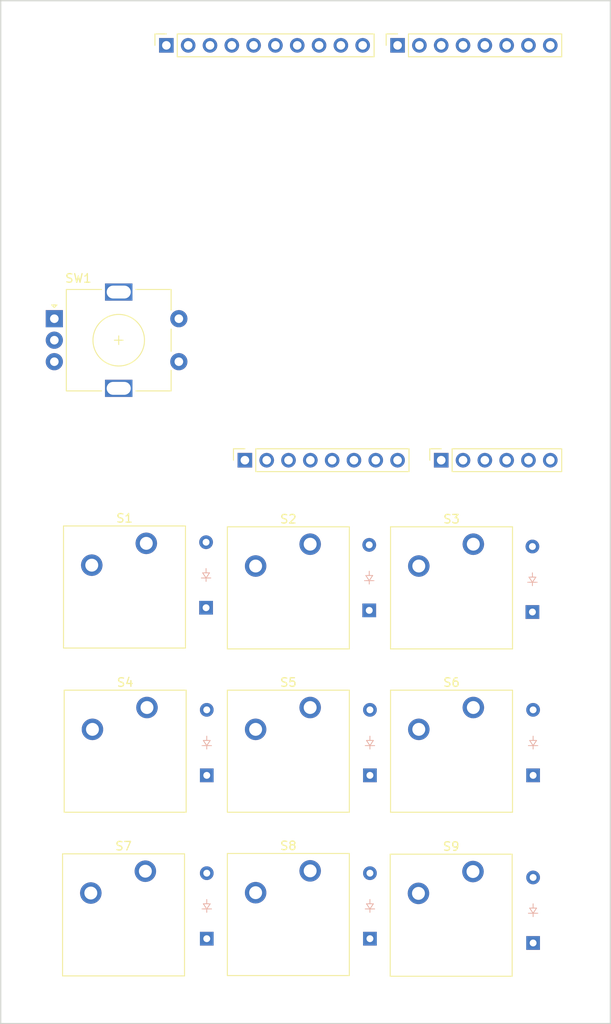
<source format=kicad_pcb>
(kicad_pcb (version 20241229) (generator "pcbnew") (generator_version "9.0")
  (title_block (date "mar. 31 mars 2015"))
  (layers (0 "F.Cu" signal) (2 "B.Cu" signal) (13 "F.Paste" user) (15 "B.Paste" user) (5 "F.SilkS" user "F.Silkscreen") (7 "B.SilkS" user "B.Silkscreen") (1 "F.Mask" user) (3 "B.Mask" user) (25 "Edge.Cuts" user))
  (net 0 "")
  (net 1 "GND")
  (net 3 "+5V")
  (net 4 "/IOREF")
  (net 5 "/A0")
  (net 6 "/A1")
  (net 7 "/A2")
  (net 8 "/A3")
  (net 9 "/SDA{slash}A4")
  (net 10 "/SCL{slash}A5")
  (net 11 "/13")
  (net 12 "/12")
  (net 13 "/AREF")
  (net 14 "Row 2")
  (net 15 "Row 0")
  (net 16 "/*11")
  (net 17 "Row 1")
  (net 18 "Down1")
  (net 19 "Col 2")
  (net 20 "Up1")
  (net 21 "Col 1")
  (net 22 "Push1")
  (net 23 "/TX{slash}1")
  (net 24 "Col 0")
  (net 25 "/RX{slash}0")
  (net 26 "+3V3")
  (net 27 "VCC")
  (net 28 "/~{RESET}")
  (net 29 "Net-(D1-A)")
  (net 30 "Net-(D2-A)")
  (net 31 "Net-(D3-A)")
  (net 32 "Net-(D4-A)")
  (net 33 "Net-(D5-A)")
  (net 34 "Net-(D6-A)")
  (net 35 "Net-(D7-A)")
  (net 36 "Net-(D8-A)")
  (net 37 "Net-(D9-A)")
  (footprint "Connector_PinSocket_2.54mm:PinSocket_1x08_P2.54mm_Vertical" (layer "F.Cu") (at 127.94 97.46 90)
    (property "Reference" "J1" (hide yes))
    (property "Value" "Power")
    (fp_line (start 1.33 -1.33) (end 1.33 0) (stroke (width 0.12)) (layer "F.SilkS"))
    (fp_line (start 0 -1.33) (end 1.33 -1.33) (stroke (width 0.12)) (layer "F.SilkS"))
    (fp_line (start 1.33 1.27) (end 1.33 19.11) (stroke (width 0.12)) (layer "F.SilkS"))
    (fp_line (start -1.33 1.27) (end 1.33 1.27) (stroke (width 0.12)) (layer "F.SilkS"))
    (fp_line (start -1.33 1.27) (end -1.33 19.11) (stroke (width 0.12)) (layer "F.SilkS"))
    (fp_line (start -1.33 19.11) (end 1.33 19.11) (stroke (width 0.12)) (layer "F.SilkS"))
    (pad "1" thru_hole rect (at 0 0 90) (size 1.7 1.7) (drill 1) (layers "*.Cu" "*.Mask"))
    (pad "2" thru_hole oval (at 0 2.54 90) (size 1.7 1.7) (drill 1) (layers "*.Cu" "*.Mask") (net 4 "/IOREF"))
    (pad "3" thru_hole oval (at 0 5.08 90) (size 1.7 1.7) (drill 1) (layers "*.Cu" "*.Mask") (net 28 "/~{RESET}"))
    (pad "4" thru_hole oval (at 0 7.62 90) (size 1.7 1.7) (drill 1) (layers "*.Cu" "*.Mask") (net 26 "+3V3"))
    (pad "5" thru_hole oval (at 0 10.16 90) (size 1.7 1.7) (drill 1) (layers "*.Cu" "*.Mask") (net 3 "+5V"))
    (pad "6" thru_hole oval (at 0 12.7 90) (size 1.7 1.7) (drill 1) (layers "*.Cu" "*.Mask") (net 1 "GND"))
    (pad "7" thru_hole oval (at 0 15.24 90) (size 1.7 1.7) (drill 1) (layers "*.Cu" "*.Mask") (net 1 "GND"))
    (pad "8" thru_hole oval (at 0 17.78 90) (size 1.7 1.7) (drill 1) (layers "*.Cu" "*.Mask") (net 27 "VCC"))
  )
  (footprint "Connector_PinSocket_2.54mm:PinSocket_1x06_P2.54mm_Vertical" (layer "F.Cu") (at 150.8 97.46 90)
    (property "Reference" "J3" (hide yes))
    (property "Value" "Analog")
    (fp_line (start 1.33 -1.33) (end 1.33 0) (stroke (width 0.12)) (layer "F.SilkS"))
    (fp_line (start 0 -1.33) (end 1.33 -1.33) (stroke (width 0.12)) (layer "F.SilkS"))
    (fp_line (start 1.33 1.27) (end 1.33 14.03) (stroke (width 0.12)) (layer "F.SilkS"))
    (fp_line (start -1.33 1.27) (end 1.33 1.27) (stroke (width 0.12)) (layer "F.SilkS"))
    (fp_line (start -1.33 1.27) (end -1.33 14.03) (stroke (width 0.12)) (layer "F.SilkS"))
    (fp_line (start -1.33 14.03) (end 1.33 14.03) (stroke (width 0.12)) (layer "F.SilkS"))
    (pad "1" thru_hole rect (at 0 0 90) (size 1.7 1.7) (drill 1) (layers "*.Cu" "*.Mask") (net 5 "/A0"))
    (pad "2" thru_hole oval (at 0 2.54 90) (size 1.7 1.7) (drill 1) (layers "*.Cu" "*.Mask") (net 6 "/A1"))
    (pad "3" thru_hole oval (at 0 5.08 90) (size 1.7 1.7) (drill 1) (layers "*.Cu" "*.Mask") (net 7 "/A2"))
    (pad "4" thru_hole oval (at 0 7.62 90) (size 1.7 1.7) (drill 1) (layers "*.Cu" "*.Mask") (net 8 "/A3"))
    (pad "5" thru_hole oval (at 0 10.16 90) (size 1.7 1.7) (drill 1) (layers "*.Cu" "*.Mask") (net 9 "/SDA{slash}A4"))
    (pad "6" thru_hole oval (at 0 12.7 90) (size 1.7 1.7) (drill 1) (layers "*.Cu" "*.Mask") (net 10 "/SCL{slash}A5"))
  )
  (footprint "Connector_PinSocket_2.54mm:PinSocket_1x10_P2.54mm_Vertical" (layer "F.Cu") (at 118.796 49.2 90)
    (property "Reference" "J2" (hide yes))
    (property "Value" "Digital/PWM")
    (fp_line (start 1.33 -1.33) (end 1.33 0) (stroke (width 0.12)) (layer "F.SilkS"))
    (fp_line (start 0 -1.33) (end 1.33 -1.33) (stroke (width 0.12)) (layer "F.SilkS"))
    (fp_line (start 1.33 1.27) (end 1.33 24.19) (stroke (width 0.12)) (layer "F.SilkS"))
    (fp_line (start -1.33 1.27) (end 1.33 1.27) (stroke (width 0.12)) (layer "F.SilkS"))
    (fp_line (start -1.33 1.27) (end -1.33 24.19) (stroke (width 0.12)) (layer "F.SilkS"))
    (fp_line (start -1.33 24.19) (end 1.33 24.19) (stroke (width 0.12)) (layer "F.SilkS"))
    (pad "1" thru_hole rect (at 0 0 90) (size 1.7 1.7) (drill 1) (layers "*.Cu" "*.Mask") (net 10 "/SCL{slash}A5"))
    (pad "2" thru_hole oval (at 0 2.54 90) (size 1.7 1.7) (drill 1) (layers "*.Cu" "*.Mask") (net 9 "/SDA{slash}A4"))
    (pad "3" thru_hole oval (at 0 5.08 90) (size 1.7 1.7) (drill 1) (layers "*.Cu" "*.Mask") (net 13 "/AREF"))
    (pad "4" thru_hole oval (at 0 7.62 90) (size 1.7 1.7) (drill 1) (layers "*.Cu" "*.Mask") (net 1 "GND"))
    (pad "5" thru_hole oval (at 0 10.16 90) (size 1.7 1.7) (drill 1) (layers "*.Cu" "*.Mask") (net 11 "/13"))
    (pad "6" thru_hole oval (at 0 12.7 90) (size 1.7 1.7) (drill 1) (layers "*.Cu" "*.Mask") (net 12 "/12"))
    (pad "7" thru_hole oval (at 0 15.24 90) (size 1.7 1.7) (drill 1) (layers "*.Cu" "*.Mask") (net 16 "/*11"))
    (pad "8" thru_hole oval (at 0 17.78 90) (size 1.7 1.7) (drill 1) (layers "*.Cu" "*.Mask") (net 14 "Row 2"))
    (pad "9" thru_hole oval (at 0 20.32 90) (size 1.7 1.7) (drill 1) (layers "*.Cu" "*.Mask") (net 17 "Row 1"))
    (pad "10" thru_hole oval (at 0 22.86 90) (size 1.7 1.7) (drill 1) (layers "*.Cu" "*.Mask") (net 15 "Row 0"))
  )
  (footprint "Connector_PinSocket_2.54mm:PinSocket_1x08_P2.54mm_Vertical" (layer "F.Cu") (at 145.72 49.2 90)
    (property "Reference" "J4" (hide yes))
    (property "Value" "Digital/PWM")
    (fp_line (start 1.33 -1.33) (end 1.33 0) (stroke (width 0.12)) (layer "F.SilkS"))
    (fp_line (start 0 -1.33) (end 1.33 -1.33) (stroke (width 0.12)) (layer "F.SilkS"))
    (fp_line (start 1.33 1.27) (end 1.33 19.11) (stroke (width 0.12)) (layer "F.SilkS"))
    (fp_line (start -1.33 1.27) (end 1.33 1.27) (stroke (width 0.12)) (layer "F.SilkS"))
    (fp_line (start -1.33 1.27) (end -1.33 19.11) (stroke (width 0.12)) (layer "F.SilkS"))
    (fp_line (start -1.33 19.11) (end 1.33 19.11) (stroke (width 0.12)) (layer "F.SilkS"))
    (pad "1" thru_hole rect (at 0 0 90) (size 1.7 1.7) (drill 1) (layers "*.Cu" "*.Mask") (net 19 "Col 2"))
    (pad "2" thru_hole oval (at 0 2.54 90) (size 1.7 1.7) (drill 1) (layers "*.Cu" "*.Mask") (net 21 "Col 1"))
    (pad "3" thru_hole oval (at 0 5.08 90) (size 1.7 1.7) (drill 1) (layers "*.Cu" "*.Mask") (net 24 "Col 0"))
    (pad "4" thru_hole oval (at 0 7.62 90) (size 1.7 1.7) (drill 1) (layers "*.Cu" "*.Mask") (net 22 "Push1"))
    (pad "5" thru_hole oval (at 0 10.16 90) (size 1.7 1.7) (drill 1) (layers "*.Cu" "*.Mask") (net 20 "Up1"))
    (pad "6" thru_hole oval (at 0 12.7 90) (size 1.7 1.7) (drill 1) (layers "*.Cu" "*.Mask") (net 18 "Down1"))
    (pad "7" thru_hole oval (at 0 15.24 90) (size 1.7 1.7) (drill 1) (layers "*.Cu" "*.Mask") (net 23 "/TX{slash}1"))
    (pad "8" thru_hole oval (at 0 17.78 90) (size 1.7 1.7) (drill 1) (layers "*.Cu" "*.Mask") (net 25 "/RX{slash}0"))
  )
  (footprint "ScottoKeebs_MX:MX_PCB_1.00u" (layer "F.Cu") (at 152 131.31)
    (property "Reference" "S6" (at 0 -8 0) (layer "F.SilkS"))
    (property "Value" "Keyswitch")
    (fp_line (start -7.1 -7.1) (end -7.1 7.1) (stroke (width 0.12)) (layer "F.SilkS"))
    (fp_line (start -7.1 7.1) (end 7.1 7.1) (stroke (width 0.12)) (layer "F.SilkS"))
    (fp_line (start 7.1 -7.1) (end -7.1 -7.1) (stroke (width 0.12)) (layer "F.SilkS"))
    (fp_line (start 7.1 7.1) (end 7.1 -7.1) (stroke (width 0.12)) (layer "F.SilkS"))
    (pad "" np_thru_hole circle (at -5.08 0) (size 1.75 1.75) (drill 1.75) (layers "*.Cu" "*.Mask"))
    (pad "" np_thru_hole circle (at 0 0) (size 4 4) (drill 4) (layers "*.Cu" "*.Mask"))
    (pad "" np_thru_hole circle (at 5.08 0) (size 1.75 1.75) (drill 1.75) (layers "*.Cu" "*.Mask"))
    (pad "1" thru_hole circle (at -3.81 -2.54) (size 2.5 2.5) (drill 1.5) (layers "*.Cu" "*.Mask") (net 19 "Col 2"))
    (pad "2" thru_hole circle (at 2.54 -5.08) (size 2.5 2.5) (drill 1.5) (layers "*.Cu" "*.Mask") (net 34 "Net-(D6-A)"))
  )
  (footprint "ScottoKeebs_MX:MX_PCB_1.00u" (layer "F.Cu") (at 133 131.31)
    (property "Reference" "S5" (at 0 -8 0) (layer "F.SilkS"))
    (property "Value" "Keyswitch")
    (fp_line (start -7.1 -7.1) (end -7.1 7.1) (stroke (width 0.12)) (layer "F.SilkS"))
    (fp_line (start -7.1 7.1) (end 7.1 7.1) (stroke (width 0.12)) (layer "F.SilkS"))
    (fp_line (start 7.1 -7.1) (end -7.1 -7.1) (stroke (width 0.12)) (layer "F.SilkS"))
    (fp_line (start 7.1 7.1) (end 7.1 -7.1) (stroke (width 0.12)) (layer "F.SilkS"))
    (pad "" np_thru_hole circle (at -5.08 0) (size 1.75 1.75) (drill 1.75) (layers "*.Cu" "*.Mask"))
    (pad "" np_thru_hole circle (at 0 0) (size 4 4) (drill 4) (layers "*.Cu" "*.Mask"))
    (pad "" np_thru_hole circle (at 5.08 0) (size 1.75 1.75) (drill 1.75) (layers "*.Cu" "*.Mask"))
    (pad "1" thru_hole circle (at -3.81 -2.54) (size 2.5 2.5) (drill 1.5) (layers "*.Cu" "*.Mask") (net 21 "Col 1"))
    (pad "2" thru_hole circle (at 2.54 -5.08) (size 2.5 2.5) (drill 1.5) (layers "*.Cu" "*.Mask") (net 33 "Net-(D5-A)"))
  )
  (footprint "ScottoKeebs_MX:MX_PCB_1.00u" (layer "F.Cu") (at 151.96 150.39)
    (property "Reference" "S9" (at 0 -8 0) (layer "F.SilkS"))
    (property "Value" "Keyswitch")
    (fp_line (start -7.1 -7.1) (end -7.1 7.1) (stroke (width 0.12)) (layer "F.SilkS"))
    (fp_line (start -7.1 7.1) (end 7.1 7.1) (stroke (width 0.12)) (layer "F.SilkS"))
    (fp_line (start 7.1 -7.1) (end -7.1 -7.1) (stroke (width 0.12)) (layer "F.SilkS"))
    (fp_line (start 7.1 7.1) (end 7.1 -7.1) (stroke (width 0.12)) (layer "F.SilkS"))
    (pad "" np_thru_hole circle (at -5.08 0) (size 1.75 1.75) (drill 1.75) (layers "*.Cu" "*.Mask"))
    (pad "" np_thru_hole circle (at 0 0) (size 4 4) (drill 4) (layers "*.Cu" "*.Mask"))
    (pad "" np_thru_hole circle (at 5.08 0) (size 1.75 1.75) (drill 1.75) (layers "*.Cu" "*.Mask"))
    (pad "1" thru_hole circle (at -3.81 -2.54) (size 2.5 2.5) (drill 1.5) (layers "*.Cu" "*.Mask") (net 19 "Col 2"))
    (pad "2" thru_hole circle (at 2.54 -5.08) (size 2.5 2.5) (drill 1.5) (layers "*.Cu" "*.Mask") (net 37 "Net-(D9-A)"))
  )
  (footprint "Rotary_Encoder:RotaryEncoder_Alps_EC11E-Switch_Vertical_H20mm" (layer "F.Cu") (at 105.75 81)
    (property "Reference" "SW1" (at 2.8 -4.7 0) (layer "F.SilkS"))
    (property "Value" "RotaryEncoder_Switch")
    (fp_line (start -0.3 -1.6) (end 0.3 -1.6) (stroke (width 0.12)) (layer "F.SilkS"))
    (fp_line (start 0 -1.3) (end -0.3 -1.6) (stroke (width 0.12)) (layer "F.SilkS"))
    (fp_line (start 0.3 -1.6) (end 0 -1.3) (stroke (width 0.12)) (layer "F.SilkS"))
    (fp_line (start 1.4 -3.4) (end 1.4 8.4) (stroke (width 0.12)) (layer "F.SilkS"))
    (fp_line (start 5.5 -3.4) (end 1.4 -3.4) (stroke (width 0.12)) (layer "F.SilkS"))
    (fp_line (start 5.5 8.4) (end 1.4 8.4) (stroke (width 0.12)) (layer "F.SilkS"))
    (fp_line (start 7 2.5) (end 8 2.5) (stroke (width 0.12)) (layer "F.SilkS"))
    (fp_line (start 7.5 2) (end 7.5 3) (stroke (width 0.12)) (layer "F.SilkS"))
    (fp_line (start 9.5 -3.4) (end 13.6 -3.4) (stroke (width 0.12)) (layer "F.SilkS"))
    (fp_line (start 13.6 -3.4) (end 13.6 -1) (stroke (width 0.12)) (layer "F.SilkS"))
    (fp_line (start 13.6 1.2) (end 13.6 3.8) (stroke (width 0.12)) (layer "F.SilkS"))
    (fp_line (start 13.6 6) (end 13.6 8.4) (stroke (width 0.12)) (layer "F.SilkS"))
    (fp_line (start 13.6 8.4) (end 9.5 8.4) (stroke (width 0.12)) (layer "F.SilkS"))
    (fp_circle (center 7.5 2.5) (end 10.5 2.5) (stroke (width 0.12)) (fill no) (layer "F.SilkS"))
    (pad "A" thru_hole rect (at 0 0) (size 2 2) (drill 1) (layers "*.Cu" "*.Mask") (net 20 "Up1"))
    (pad "B" thru_hole circle (at 0 5) (size 2 2) (drill 1) (layers "*.Cu" "*.Mask") (net 18 "Down1"))
    (pad "C" thru_hole circle (at 0 2.5) (size 2 2) (drill 1) (layers "*.Cu" "*.Mask") (net 1 "GND"))
    (pad "MP" thru_hole rect (at 7.5 -3.1) (size 3.2 2) (drill oval 2.8 1.5) (layers "*.Cu" "*.Mask"))
    (pad "MP" thru_hole rect (at 7.5 8.1) (size 3.2 2) (drill oval 2.8 1.5) (layers "*.Cu" "*.Mask"))
    (pad "S1" thru_hole circle (at 14.5 5) (size 2 2) (drill 1) (layers "*.Cu" "*.Mask") (net 1 "GND"))
    (pad "S2" thru_hole circle (at 14.5 0) (size 2 2) (drill 1) (layers "*.Cu" "*.Mask") (net 22 "Push1"))
  )
  (footprint "ScottoKeebs_MX:MX_PCB_1.00u" (layer "F.Cu") (at 133 112.31)
    (property "Reference" "S2" (at 0 -8 0) (layer "F.SilkS"))
    (property "Value" "Keyswitch")
    (fp_line (start -7.1 -7.1) (end -7.1 7.1) (stroke (width 0.12)) (layer "F.SilkS"))
    (fp_line (start -7.1 7.1) (end 7.1 7.1) (stroke (width 0.12)) (layer "F.SilkS"))
    (fp_line (start 7.1 -7.1) (end -7.1 -7.1) (stroke (width 0.12)) (layer "F.SilkS"))
    (fp_line (start 7.1 7.1) (end 7.1 -7.1) (stroke (width 0.12)) (layer "F.SilkS"))
    (pad "" np_thru_hole circle (at -5.08 0) (size 1.75 1.75) (drill 1.75) (layers "*.Cu" "*.Mask"))
    (pad "" np_thru_hole circle (at 0 0) (size 4 4) (drill 4) (layers "*.Cu" "*.Mask"))
    (pad "" np_thru_hole circle (at 5.08 0) (size 1.75 1.75) (drill 1.75) (layers "*.Cu" "*.Mask"))
    (pad "1" thru_hole circle (at -3.81 -2.54) (size 2.5 2.5) (drill 1.5) (layers "*.Cu" "*.Mask") (net 21 "Col 1"))
    (pad "2" thru_hole circle (at 2.54 -5.08) (size 2.5 2.5) (drill 1.5) (layers "*.Cu" "*.Mask") (net 30 "Net-(D2-A)"))
  )
  (footprint "ScottoKeebs_MX:MX_PCB_1.00u" (layer "F.Cu") (at 113.81 150.35)
    (property "Reference" "S7" (at 0 -8 0) (layer "F.SilkS"))
    (property "Value" "Keyswitch")
    (fp_line (start -7.1 -7.1) (end -7.1 7.1) (stroke (width 0.12)) (layer "F.SilkS"))
    (fp_line (start -7.1 7.1) (end 7.1 7.1) (stroke (width 0.12)) (layer "F.SilkS"))
    (fp_line (start 7.1 -7.1) (end -7.1 -7.1) (stroke (width 0.12)) (layer "F.SilkS"))
    (fp_line (start 7.1 7.1) (end 7.1 -7.1) (stroke (width 0.12)) (layer "F.SilkS"))
    (pad "" np_thru_hole circle (at -5.08 0) (size 1.75 1.75) (drill 1.75) (layers "*.Cu" "*.Mask"))
    (pad "" np_thru_hole circle (at 0 0) (size 4 4) (drill 4) (layers "*.Cu" "*.Mask"))
    (pad "" np_thru_hole circle (at 5.08 0) (size 1.75 1.75) (drill 1.75) (layers "*.Cu" "*.Mask"))
    (pad "1" thru_hole circle (at -3.81 -2.54) (size 2.5 2.5) (drill 1.5) (layers "*.Cu" "*.Mask") (net 24 "Col 0"))
    (pad "2" thru_hole circle (at 2.54 -5.08) (size 2.5 2.5) (drill 1.5) (layers "*.Cu" "*.Mask") (net 35 "Net-(D7-A)"))
  )
  (footprint "Arduino_MountingHole:MountingHole_3.2mm" (layer "F.Cu") (at 115.24 49.2)
    (property "Reference" "MH1" (hide yes))
    (property "Value" "MountingHole_3.2mm" (hide yes))
    (pad "" np_thru_hole circle (at 0 0) (size 3.2 3.2) (drill 3.2) (layers "*.Cu" "*.Mask"))
  )
  (footprint "ScottoKeebs_MX:MX_PCB_1.00u" (layer "F.Cu") (at 113.92 112.21)
    (property "Reference" "S1" (at 0 -8 0) (layer "F.SilkS"))
    (property "Value" "Keyswitch")
    (fp_line (start -7.1 -7.1) (end -7.1 7.1) (stroke (width 0.12)) (layer "F.SilkS"))
    (fp_line (start -7.1 7.1) (end 7.1 7.1) (stroke (width 0.12)) (layer "F.SilkS"))
    (fp_line (start 7.1 -7.1) (end -7.1 -7.1) (stroke (width 0.12)) (layer "F.SilkS"))
    (fp_line (start 7.1 7.1) (end 7.1 -7.1) (stroke (width 0.12)) (layer "F.SilkS"))
    (pad "" np_thru_hole circle (at -5.08 0) (size 1.75 1.75) (drill 1.75) (layers "*.Cu" "*.Mask"))
    (pad "" np_thru_hole circle (at 0 0) (size 4 4) (drill 4) (layers "*.Cu" "*.Mask"))
    (pad "" np_thru_hole circle (at 5.08 0) (size 1.75 1.75) (drill 1.75) (layers "*.Cu" "*.Mask"))
    (pad "1" thru_hole circle (at -3.81 -2.54) (size 2.5 2.5) (drill 1.5) (layers "*.Cu" "*.Mask") (net 24 "Col 0"))
    (pad "2" thru_hole circle (at 2.54 -5.08) (size 2.5 2.5) (drill 1.5) (layers "*.Cu" "*.Mask") (net 29 "Net-(D1-A)"))
  )
  (footprint "ScottoKeebs_MX:MX_PCB_1.00u" (layer "F.Cu") (at 114 131.31)
    (property "Reference" "S4" (at 0 -8 0) (layer "F.SilkS"))
    (property "Value" "Keyswitch")
    (fp_line (start -7.1 -7.1) (end -7.1 7.1) (stroke (width 0.12)) (layer "F.SilkS"))
    (fp_line (start -7.1 7.1) (end 7.1 7.1) (stroke (width 0.12)) (layer "F.SilkS"))
    (fp_line (start 7.1 -7.1) (end -7.1 -7.1) (stroke (width 0.12)) (layer "F.SilkS"))
    (fp_line (start 7.1 7.1) (end 7.1 -7.1) (stroke (width 0.12)) (layer "F.SilkS"))
    (pad "" np_thru_hole circle (at -5.08 0) (size 1.75 1.75) (drill 1.75) (layers "*.Cu" "*.Mask"))
    (pad "" np_thru_hole circle (at 0 0) (size 4 4) (drill 4) (layers "*.Cu" "*.Mask"))
    (pad "" np_thru_hole circle (at 5.08 0) (size 1.75 1.75) (drill 1.75) (layers "*.Cu" "*.Mask"))
    (pad "1" thru_hole circle (at -3.81 -2.54) (size 2.5 2.5) (drill 1.5) (layers "*.Cu" "*.Mask") (net 24 "Col 0"))
    (pad "2" thru_hole circle (at 2.54 -5.08) (size 2.5 2.5) (drill 1.5) (layers "*.Cu" "*.Mask") (net 32 "Net-(D4-A)"))
  )
  (footprint "ScottoKeebs_MX:MX_PCB_1.00u" (layer "F.Cu") (at 152 112.31)
    (property "Reference" "S3" (at 0 -8 0) (layer "F.SilkS"))
    (property "Value" "Keyswitch")
    (fp_line (start -7.1 -7.1) (end -7.1 7.1) (stroke (width 0.12)) (layer "F.SilkS"))
    (fp_line (start -7.1 7.1) (end 7.1 7.1) (stroke (width 0.12)) (layer "F.SilkS"))
    (fp_line (start 7.1 -7.1) (end -7.1 -7.1) (stroke (width 0.12)) (layer "F.SilkS"))
    (fp_line (start 7.1 7.1) (end 7.1 -7.1) (stroke (width 0.12)) (layer "F.SilkS"))
    (pad "" np_thru_hole circle (at -5.08 0) (size 1.75 1.75) (drill 1.75) (layers "*.Cu" "*.Mask"))
    (pad "" np_thru_hole circle (at 0 0) (size 4 4) (drill 4) (layers "*.Cu" "*.Mask"))
    (pad "" np_thru_hole circle (at 5.08 0) (size 1.75 1.75) (drill 1.75) (layers "*.Cu" "*.Mask"))
    (pad "1" thru_hole circle (at -3.81 -2.54) (size 2.5 2.5) (drill 1.5) (layers "*.Cu" "*.Mask") (net 19 "Col 2"))
    (pad "2" thru_hole circle (at 2.54 -5.08) (size 2.5 2.5) (drill 1.5) (layers "*.Cu" "*.Mask") (net 31 "Net-(D3-A)"))
  )
  (footprint "Arduino_MountingHole:MountingHole_3.2mm" (layer "F.Cu") (at 113.97 97.46)
    (property "Reference" "MH2" (hide yes))
    (property "Value" "MountingHole_3.2mm" (hide yes))
    (pad "" np_thru_hole circle (at 0 0) (size 3.2 3.2) (drill 3.2) (layers "*.Cu" "*.Mask"))
  )
  (footprint "ScottoKeebs_MX:MX_PCB_1.00u" (layer "F.Cu") (at 133 150.31)
    (property "Reference" "S8" (at 0 -8 0) (layer "F.SilkS"))
    (property "Value" "Keyswitch")
    (fp_line (start -7.1 -7.1) (end -7.1 7.1) (stroke (width 0.12)) (layer "F.SilkS"))
    (fp_line (start -7.1 7.1) (end 7.1 7.1) (stroke (width 0.12)) (layer "F.SilkS"))
    (fp_line (start 7.1 -7.1) (end -7.1 -7.1) (stroke (width 0.12)) (layer "F.SilkS"))
    (fp_line (start 7.1 7.1) (end 7.1 -7.1) (stroke (width 0.12)) (layer "F.SilkS"))
    (pad "" np_thru_hole circle (at -5.08 0) (size 1.75 1.75) (drill 1.75) (layers "*.Cu" "*.Mask"))
    (pad "" np_thru_hole circle (at 0 0) (size 4 4) (drill 4) (layers "*.Cu" "*.Mask"))
    (pad "" np_thru_hole circle (at 5.08 0) (size 1.75 1.75) (drill 1.75) (layers "*.Cu" "*.Mask"))
    (pad "1" thru_hole circle (at -3.81 -2.54) (size 2.5 2.5) (drill 1.5) (layers "*.Cu" "*.Mask") (net 21 "Col 1"))
    (pad "2" thru_hole circle (at 2.54 -5.08) (size 2.5 2.5) (drill 1.5) (layers "*.Cu" "*.Mask") (net 36 "Net-(D8-A)"))
  )
  (footprint "Arduino_MountingHole:MountingHole_3.2mm" (layer "F.Cu") (at 166.04 64.44)
    (property "Reference" "MH3" (hide yes))
    (property "Value" "MountingHole_3.2mm" (hide yes))
    (pad "" np_thru_hole circle (at 0 0) (size 3.2 3.2) (drill 3.2) (layers "*.Cu" "*.Mask"))
  )
  (footprint "Arduino_MountingHole:MountingHole_3.2mm" (layer "F.Cu") (at 166.04 92.38)
    (property "Reference" "MH4" (hide yes))
    (property "Value" "MountingHole_3.2mm" (hide yes))
    (pad "" np_thru_hole circle (at 0 0) (size 3.2 3.2) (drill 3.2) (layers "*.Cu" "*.Mask"))
  )
  (footprint "ScottoKeebs_Components:Diode_DO-35" (layer "B.Cu") (at 142.5 153.12 90)
    (property "Reference" "D8" (hide yes))
    (property "Value" "Diode" (hide yes))
    (fp_line (start 4.06 -0.4) (end 3.46 0) (stroke (width 0.1)) (layer "B.SilkS"))
    (fp_line (start 4.06 0) (end 4.56 0) (stroke (width 0.1)) (layer "B.SilkS"))
    (fp_line (start 3.46 0) (end 4.06 0.4) (stroke (width 0.1)) (layer "B.SilkS"))
    (fp_line (start 3.06 0) (end 3.46 0) (stroke (width 0.1)) (layer "B.SilkS"))
    (fp_line (start 4.06 0.4) (end 4.06 -0.4) (stroke (width 0.1)) (layer "B.SilkS"))
    (fp_line (start 3.46 0.55) (end 3.46 -0.55) (stroke (width 0.1)) (layer "B.SilkS"))
    (pad "1" thru_hole rect (at 0 0 90) (size 1.6 1.6) (drill 0.8) (layers "*.Cu" "*.Mask") (net 14 "Row 2"))
    (pad "2" thru_hole oval (at 7.62 0 90) (size 1.6 1.6) (drill 0.8) (layers "*.Cu" "*.Mask") (net 36 "Net-(D8-A)"))
  )
  (footprint "ScottoKeebs_Components:Diode_DO-35" (layer "B.Cu") (at 161.5 153.62 90)
    (property "Reference" "D9" (hide yes))
    (property "Value" "Diode" (hide yes))
    (fp_line (start 4.06 -0.4) (end 3.46 0) (stroke (width 0.1)) (layer "B.SilkS"))
    (fp_line (start 4.06 0) (end 4.56 0) (stroke (width 0.1)) (layer "B.SilkS"))
    (fp_line (start 3.46 0) (end 4.06 0.4) (stroke (width 0.1)) (layer "B.SilkS"))
    (fp_line (start 3.06 0) (end 3.46 0) (stroke (width 0.1)) (layer "B.SilkS"))
    (fp_line (start 4.06 0.4) (end 4.06 -0.4) (stroke (width 0.1)) (layer "B.SilkS"))
    (fp_line (start 3.46 0.55) (end 3.46 -0.55) (stroke (width 0.1)) (layer "B.SilkS"))
    (pad "1" thru_hole rect (at 0 0 90) (size 1.6 1.6) (drill 0.8) (layers "*.Cu" "*.Mask") (net 14 "Row 2"))
    (pad "2" thru_hole oval (at 7.62 0 90) (size 1.6 1.6) (drill 0.8) (layers "*.Cu" "*.Mask") (net 37 "Net-(D9-A)"))
  )
  (footprint "ScottoKeebs_Components:Diode_DO-35" (layer "B.Cu") (at 123.5 153.12 90)
    (property "Reference" "D7" (hide yes))
    (property "Value" "Diode" (hide yes))
    (fp_line (start 4.06 -0.4) (end 3.46 0) (stroke (width 0.1)) (layer "B.SilkS"))
    (fp_line (start 4.06 0) (end 4.56 0) (stroke (width 0.1)) (layer "B.SilkS"))
    (fp_line (start 3.46 0) (end 4.06 0.4) (stroke (width 0.1)) (layer "B.SilkS"))
    (fp_line (start 3.06 0) (end 3.46 0) (stroke (width 0.1)) (layer "B.SilkS"))
    (fp_line (start 4.06 0.4) (end 4.06 -0.4) (stroke (width 0.1)) (layer "B.SilkS"))
    (fp_line (start 3.46 0.55) (end 3.46 -0.55) (stroke (width 0.1)) (layer "B.SilkS"))
    (pad "1" thru_hole rect (at 0 0 90) (size 1.6 1.6) (drill 0.8) (layers "*.Cu" "*.Mask") (net 14 "Row 2"))
    (pad "2" thru_hole oval (at 7.62 0 90) (size 1.6 1.6) (drill 0.8) (layers "*.Cu" "*.Mask") (net 35 "Net-(D7-A)"))
  )
  (footprint "ScottoKeebs_Components:Diode_DO-35" (layer "B.Cu") (at 123.5 134.12 90)
    (property "Reference" "D4" (hide yes))
    (property "Value" "Diode" (hide yes))
    (fp_line (start 4.06 -0.4) (end 3.46 0) (stroke (width 0.1)) (layer "B.SilkS"))
    (fp_line (start 4.06 0) (end 4.56 0) (stroke (width 0.1)) (layer "B.SilkS"))
    (fp_line (start 3.46 0) (end 4.06 0.4) (stroke (width 0.1)) (layer "B.SilkS"))
    (fp_line (start 3.06 0) (end 3.46 0) (stroke (width 0.1)) (layer "B.SilkS"))
    (fp_line (start 4.06 0.4) (end 4.06 -0.4) (stroke (width 0.1)) (layer "B.SilkS"))
    (fp_line (start 3.46 0.55) (end 3.46 -0.55) (stroke (width 0.1)) (layer "B.SilkS"))
    (pad "1" thru_hole rect (at 0 0 90) (size 1.6 1.6) (drill 0.8) (layers "*.Cu" "*.Mask") (net 17 "Row 1"))
    (pad "2" thru_hole oval (at 7.62 0 90) (size 1.6 1.6) (drill 0.8) (layers "*.Cu" "*.Mask") (net 32 "Net-(D4-A)"))
  )
  (footprint "ScottoKeebs_Components:Diode_DO-35" (layer "B.Cu") (at 123.42 114.62 90)
    (property "Reference" "D1" (hide yes))
    (property "Value" "Diode" (hide yes))
    (fp_line (start 4.06 -0.4) (end 3.46 0) (stroke (width 0.1)) (layer "B.SilkS"))
    (fp_line (start 4.06 0) (end 4.56 0) (stroke (width 0.1)) (layer "B.SilkS"))
    (fp_line (start 3.46 0) (end 4.06 0.4) (stroke (width 0.1)) (layer "B.SilkS"))
    (fp_line (start 3.06 0) (end 3.46 0) (stroke (width 0.1)) (layer "B.SilkS"))
    (fp_line (start 4.06 0.4) (end 4.06 -0.4) (stroke (width 0.1)) (layer "B.SilkS"))
    (fp_line (start 3.46 0.55) (end 3.46 -0.55) (stroke (width 0.1)) (layer "B.SilkS"))
    (pad "1" thru_hole rect (at 0 0 90) (size 1.6 1.6) (drill 0.8) (layers "*.Cu" "*.Mask") (net 15 "Row 0"))
    (pad "2" thru_hole oval (at 7.62 0 90) (size 1.6 1.6) (drill 0.8) (layers "*.Cu" "*.Mask") (net 29 "Net-(D1-A)"))
  )
  (footprint "ScottoKeebs_Components:Diode_DO-35" (layer "B.Cu") (at 161.42 115.12 90)
    (property "Reference" "D3" (hide yes))
    (property "Value" "Diode" (hide yes))
    (fp_line (start 4.06 -0.4) (end 3.46 0) (stroke (width 0.1)) (layer "B.SilkS"))
    (fp_line (start 4.06 0) (end 4.56 0) (stroke (width 0.1)) (layer "B.SilkS"))
    (fp_line (start 3.46 0) (end 4.06 0.4) (stroke (width 0.1)) (layer "B.SilkS"))
    (fp_line (start 3.06 0) (end 3.46 0) (stroke (width 0.1)) (layer "B.SilkS"))
    (fp_line (start 4.06 0.4) (end 4.06 -0.4) (stroke (width 0.1)) (layer "B.SilkS"))
    (fp_line (start 3.46 0.55) (end 3.46 -0.55) (stroke (width 0.1)) (layer "B.SilkS"))
    (pad "1" thru_hole rect (at 0 0 90) (size 1.6 1.6) (drill 0.8) (layers "*.Cu" "*.Mask") (net 15 "Row 0"))
    (pad "2" thru_hole oval (at 7.62 0 90) (size 1.6 1.6) (drill 0.8) (layers "*.Cu" "*.Mask") (net 31 "Net-(D3-A)"))
  )
  (footprint "ScottoKeebs_Components:Diode_DO-35" (layer "B.Cu") (at 142.5 134.12 90)
    (property "Reference" "D5" (hide yes))
    (property "Value" "Diode" (hide yes))
    (fp_line (start 4.06 -0.4) (end 3.46 0) (stroke (width 0.1)) (layer "B.SilkS"))
    (fp_line (start 4.06 0) (end 4.56 0) (stroke (width 0.1)) (layer "B.SilkS"))
    (fp_line (start 3.46 0) (end 4.06 0.4) (stroke (width 0.1)) (layer "B.SilkS"))
    (fp_line (start 3.06 0) (end 3.46 0) (stroke (width 0.1)) (layer "B.SilkS"))
    (fp_line (start 4.06 0.4) (end 4.06 -0.4) (stroke (width 0.1)) (layer "B.SilkS"))
    (fp_line (start 3.46 0.55) (end 3.46 -0.55) (stroke (width 0.1)) (layer "B.SilkS"))
    (pad "1" thru_hole rect (at 0 0 90) (size 1.6 1.6) (drill 0.8) (layers "*.Cu" "*.Mask") (net 17 "Row 1"))
    (pad "2" thru_hole oval (at 7.62 0 90) (size 1.6 1.6) (drill 0.8) (layers "*.Cu" "*.Mask") (net 33 "Net-(D5-A)"))
  )
  (footprint "ScottoKeebs_Components:Diode_DO-35" (layer "B.Cu") (at 161.5 134.12 90)
    (property "Reference" "D6" (hide yes))
    (property "Value" "Diode" (hide yes))
    (fp_line (start 4.06 -0.4) (end 3.46 0) (stroke (width 0.1)) (layer "B.SilkS"))
    (fp_line (start 4.06 0) (end 4.56 0) (stroke (width 0.1)) (layer "B.SilkS"))
    (fp_line (start 3.46 0) (end 4.06 0.4) (stroke (width 0.1)) (layer "B.SilkS"))
    (fp_line (start 3.06 0) (end 3.46 0) (stroke (width 0.1)) (layer "B.SilkS"))
    (fp_line (start 4.06 0.4) (end 4.06 -0.4) (stroke (width 0.1)) (layer "B.SilkS"))
    (fp_line (start 3.46 0.55) (end 3.46 -0.55) (stroke (width 0.1)) (layer "B.SilkS"))
    (pad "1" thru_hole rect (at 0 0 90) (size 1.6 1.6) (drill 0.8) (layers "*.Cu" "*.Mask") (net 17 "Row 1"))
    (pad "2" thru_hole oval (at 7.62 0 90) (size 1.6 1.6) (drill 0.8) (layers "*.Cu" "*.Mask") (net 34 "Net-(D6-A)"))
  )
  (footprint "ScottoKeebs_Components:Diode_DO-35" (layer "B.Cu") (at 142.42 114.93 90)
    (property "Reference" "D2" (hide yes))
    (property "Value" "Diode" (hide yes))
    (fp_line (start 4.06 -0.4) (end 3.46 0) (stroke (width 0.1)) (layer "B.SilkS"))
    (fp_line (start 4.06 0) (end 4.56 0) (stroke (width 0.1)) (layer "B.SilkS"))
    (fp_line (start 3.46 0) (end 4.06 0.4) (stroke (width 0.1)) (layer "B.SilkS"))
    (fp_line (start 3.06 0) (end 3.46 0) (stroke (width 0.1)) (layer "B.SilkS"))
    (fp_line (start 4.06 0.4) (end 4.06 -0.4) (stroke (width 0.1)) (layer "B.SilkS"))
    (fp_line (start 3.46 0.55) (end 3.46 -0.55) (stroke (width 0.1)) (layer "B.SilkS"))
    (pad "1" thru_hole rect (at 0 0 90) (size 1.6 1.6) (drill 0.8) (layers "*.Cu" "*.Mask") (net 15 "Row 0"))
    (pad "2" thru_hole oval (at 7.62 0 90) (size 1.6 1.6) (drill 0.8) (layers "*.Cu" "*.Mask") (net 30 "Net-(D2-A)"))
  )
  (gr_rect (start 99.5 44) (end 170.5 163) (stroke (width 0.15)) (fill no) (layer "Edge.Cuts"))
)
</source>
